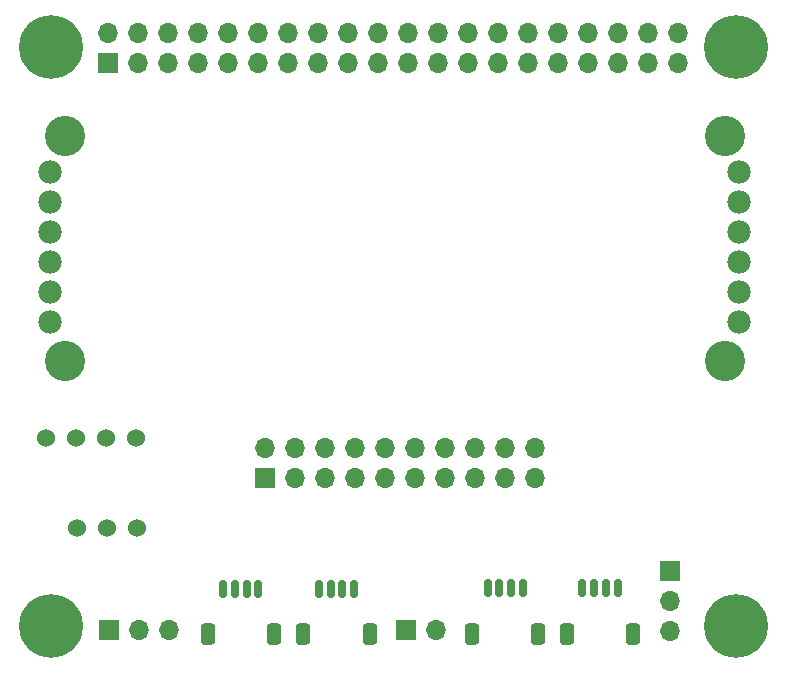
<source format=gts>
%TF.GenerationSoftware,KiCad,Pcbnew,7.0.10*%
%TF.CreationDate,2024-08-04T17:12:35+10:00*%
%TF.ProjectId,AI4R-PIHAT,41493452-2d50-4494-9841-542e6b696361,rev?*%
%TF.SameCoordinates,Original*%
%TF.FileFunction,Soldermask,Top*%
%TF.FilePolarity,Negative*%
%FSLAX46Y46*%
G04 Gerber Fmt 4.6, Leading zero omitted, Abs format (unit mm)*
G04 Created by KiCad (PCBNEW 7.0.10) date 2024-08-04 17:12:35*
%MOMM*%
%LPD*%
G01*
G04 APERTURE LIST*
G04 Aperture macros list*
%AMRoundRect*
0 Rectangle with rounded corners*
0 $1 Rounding radius*
0 $2 $3 $4 $5 $6 $7 $8 $9 X,Y pos of 4 corners*
0 Add a 4 corners polygon primitive as box body*
4,1,4,$2,$3,$4,$5,$6,$7,$8,$9,$2,$3,0*
0 Add four circle primitives for the rounded corners*
1,1,$1+$1,$2,$3*
1,1,$1+$1,$4,$5*
1,1,$1+$1,$6,$7*
1,1,$1+$1,$8,$9*
0 Add four rect primitives between the rounded corners*
20,1,$1+$1,$2,$3,$4,$5,0*
20,1,$1+$1,$4,$5,$6,$7,0*
20,1,$1+$1,$6,$7,$8,$9,0*
20,1,$1+$1,$8,$9,$2,$3,0*%
G04 Aperture macros list end*
%ADD10C,1.982000*%
%ADD11C,3.404000*%
%ADD12C,1.524000*%
%ADD13RoundRect,0.150000X-0.150000X-0.625000X0.150000X-0.625000X0.150000X0.625000X-0.150000X0.625000X0*%
%ADD14RoundRect,0.250000X-0.350000X-0.650000X0.350000X-0.650000X0.350000X0.650000X-0.350000X0.650000X0*%
%ADD15O,1.700000X1.700000*%
%ADD16R,1.700000X1.700000*%
%ADD17C,5.400000*%
G04 APERTURE END LIST*
D10*
%TO.C,U1*%
X15490000Y-26023000D03*
X73783000Y-26023000D03*
X15490000Y-28563000D03*
X73783000Y-28563000D03*
D11*
X16760000Y-22975000D03*
X72640000Y-22975000D03*
X16760000Y-42025000D03*
X72640000Y-42025000D03*
D10*
X15490000Y-31103000D03*
X73783000Y-31103000D03*
X15490000Y-33643000D03*
X73783000Y-33643000D03*
X15490000Y-38723000D03*
X73783000Y-38723000D03*
X15490000Y-36183000D03*
X73783000Y-36183000D03*
%TD*%
D12*
%TO.C,U2*%
X17700000Y-56180000D03*
X20240000Y-56180000D03*
X22780000Y-56180000D03*
X22730000Y-48560000D03*
X20190000Y-48560000D03*
X17650000Y-48560000D03*
X15110000Y-48560000D03*
%TD*%
D13*
%TO.C,J2*%
X60500000Y-61300000D03*
X61500000Y-61300000D03*
X62500000Y-61300000D03*
X63500000Y-61300000D03*
D14*
X59200000Y-65175000D03*
X64800000Y-65175000D03*
%TD*%
D15*
%TO.C,J9*%
X48140000Y-64800000D03*
D16*
X45600000Y-64800000D03*
%TD*%
%TO.C,J1*%
X20380000Y-16800000D03*
D15*
X20380000Y-14260000D03*
X22920000Y-16800000D03*
X22920000Y-14260000D03*
X25460000Y-16800000D03*
X25460000Y-14260000D03*
X28000000Y-16800000D03*
X28000000Y-14260000D03*
X30540000Y-16800000D03*
X30540000Y-14260000D03*
X33080000Y-16800000D03*
X33080000Y-14260000D03*
X35620000Y-16800000D03*
X35620000Y-14260000D03*
X38160000Y-16800000D03*
X38160000Y-14260000D03*
X40700000Y-16800000D03*
X40700000Y-14260000D03*
X43240000Y-16800000D03*
X43240000Y-14260000D03*
X45780000Y-16800000D03*
X45780000Y-14260000D03*
X48320000Y-16800000D03*
X48320000Y-14260000D03*
X50860000Y-16800000D03*
X50860000Y-14260000D03*
X53400000Y-16800000D03*
X53400000Y-14260000D03*
X55940000Y-16800000D03*
X55940000Y-14260000D03*
X58480000Y-16800000D03*
X58480000Y-14260000D03*
X61020000Y-16800000D03*
X61020000Y-14260000D03*
X63560000Y-16800000D03*
X63560000Y-14260000D03*
X66100000Y-16800000D03*
X66100000Y-14260000D03*
X68640000Y-16800000D03*
X68640000Y-14260000D03*
%TD*%
D16*
%TO.C,J6*%
X33640000Y-52000000D03*
D15*
X33640000Y-49460000D03*
X36180000Y-52000000D03*
X36180000Y-49460000D03*
X38720000Y-52000000D03*
X38720000Y-49460000D03*
X41260000Y-52000000D03*
X41260000Y-49460000D03*
X43800000Y-52000000D03*
X43800000Y-49460000D03*
X46340000Y-52000000D03*
X46340000Y-49460000D03*
X48880000Y-52000000D03*
X48880000Y-49460000D03*
X51420000Y-52000000D03*
X51420000Y-49460000D03*
X53960000Y-52000000D03*
X53960000Y-49460000D03*
X56500000Y-52000000D03*
X56500000Y-49460000D03*
%TD*%
D17*
%TO.C,H3*%
X15500000Y-64500000D03*
%TD*%
%TO.C,H4*%
X73500000Y-64500000D03*
%TD*%
%TO.C,H2*%
X73500000Y-15500000D03*
%TD*%
D13*
%TO.C,J5*%
X30100000Y-61325000D03*
X31100000Y-61325000D03*
X32100000Y-61325000D03*
X33100000Y-61325000D03*
D14*
X28800000Y-65200000D03*
X34400000Y-65200000D03*
%TD*%
D17*
%TO.C,H1*%
X15500000Y-15500000D03*
%TD*%
D16*
%TO.C,J7*%
X20470000Y-64800000D03*
D15*
X23010000Y-64800000D03*
X25550000Y-64800000D03*
%TD*%
D16*
%TO.C,J8*%
X67900000Y-59875000D03*
D15*
X67900000Y-62415000D03*
X67900000Y-64955000D03*
%TD*%
D14*
%TO.C,J3*%
X56800000Y-65175000D03*
X51200000Y-65175000D03*
D13*
X55500000Y-61300000D03*
X54500000Y-61300000D03*
X53500000Y-61300000D03*
X52500000Y-61300000D03*
%TD*%
%TO.C,J4*%
X38200000Y-61325000D03*
X39200000Y-61325000D03*
X40200000Y-61325000D03*
X41200000Y-61325000D03*
D14*
X36900000Y-65200000D03*
X42500000Y-65200000D03*
%TD*%
M02*

</source>
